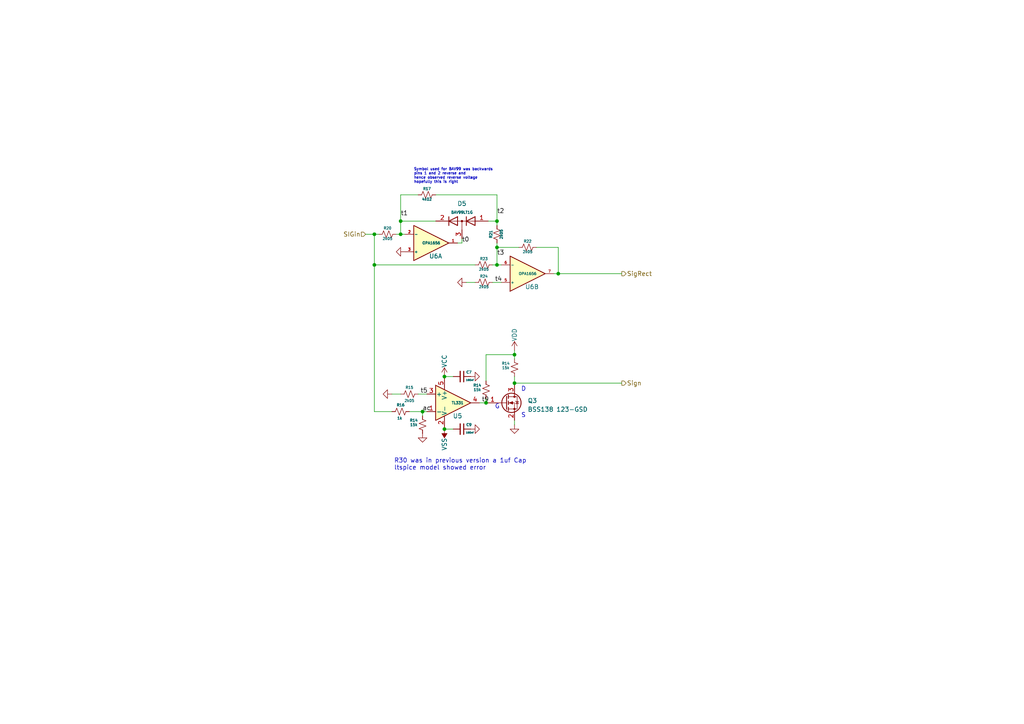
<source format=kicad_sch>
(kicad_sch (version 20230121) (generator eeschema)

  (uuid 2066dba0-1635-4d56-a0ee-d12d69cb887b)

  (paper "A4")

  (lib_symbols
    (symbol "Amplifier_Operational:OPA1678" (pin_names (offset 0.127)) (in_bom yes) (on_board yes)
      (property "Reference" "U" (at 0 5.08 0)
        (effects (font (size 0.75 0.75)) (justify left))
      )
      (property "Value" "OPA1678" (at 0 -5.08 0)
        (effects (font (size 0.75 0.75)) (justify left))
      )
      (property "Footprint" "" (at 0 0 0)
        (effects (font (size 0.75 0.75)) hide)
      )
      (property "Datasheet" "http://www.ti.com/lit/ds/symlink/opa1678.pdf" (at 0 0 0)
        (effects (font (size 0.75 0.75)) hide)
      )
      (property "ki_locked" "" (at 0 0 0)
        (effects (font (size 1.27 1.27)))
      )
      (property "ki_keywords" "dual opamp" (at 0 0 0)
        (effects (font (size 1.27 1.27)) hide)
      )
      (property "ki_description" "Low-Distortion Audio Operational Amplifiers, SOIC-8/VSSOP-8" (at 0 0 0)
        (effects (font (size 1.27 1.27)) hide)
      )
      (property "ki_fp_filters" "SOIC*3.9x4.9mm*P1.27mm* DIP*W7.62mm* TO*99* OnSemi*Micro8* TSSOP*3x3mm*P0.65mm* TSSOP*4.4x3mm*P0.65mm* MSOP*3x3mm*P0.65mm* SSOP*3.9x4.9mm*P0.635mm* LFCSP*2x2mm*P0.5mm* *SIP* SOIC*5.3x6.2mm*P1.27mm*" (at 0 0 0)
        (effects (font (size 1.27 1.27)) hide)
      )
      (symbol "OPA1678_1_1"
        (polyline
          (pts
            (xy -5.08 5.08)
            (xy 5.08 0)
            (xy -5.08 -5.08)
            (xy -5.08 5.08)
          )
          (stroke (width 0.254) (type default))
          (fill (type background))
        )
        (pin output line (at 7.62 0 180) (length 2.54)
          (name "~" (effects (font (size 0.75 0.75))))
          (number "1" (effects (font (size 0.75 0.75))))
        )
        (pin input line (at -7.62 -2.54 0) (length 2.54)
          (name "-" (effects (font (size 0.75 0.75))))
          (number "2" (effects (font (size 0.75 0.75))))
        )
        (pin input line (at -7.62 2.54 0) (length 2.54)
          (name "+" (effects (font (size 0.75 0.75))))
          (number "3" (effects (font (size 0.75 0.75))))
        )
      )
      (symbol "OPA1678_2_1"
        (polyline
          (pts
            (xy -5.08 5.08)
            (xy 5.08 0)
            (xy -5.08 -5.08)
            (xy -5.08 5.08)
          )
          (stroke (width 0.254) (type default))
          (fill (type background))
        )
        (pin input line (at -7.62 2.54 0) (length 2.54)
          (name "+" (effects (font (size 0.75 0.75))))
          (number "5" (effects (font (size 0.75 0.75))))
        )
        (pin input line (at -7.62 -2.54 0) (length 2.54)
          (name "-" (effects (font (size 0.75 0.75))))
          (number "6" (effects (font (size 0.75 0.75))))
        )
        (pin output line (at 7.62 0 180) (length 2.54)
          (name "~" (effects (font (size 0.75 0.75))))
          (number "7" (effects (font (size 0.75 0.75))))
        )
      )
      (symbol "OPA1678_3_1"
        (pin power_in line (at -2.54 -7.62 90) (length 3.81)
          (name "V-" (effects (font (size 0.75 0.75))))
          (number "4" (effects (font (size 0.75 0.75))))
        )
        (pin power_in line (at -2.54 7.62 270) (length 3.81)
          (name "V+" (effects (font (size 0.75 0.75))))
          (number "8" (effects (font (size 0.75 0.75))))
        )
      )
    )
    (symbol "Comparator:TL331" (pin_names (offset 0.127)) (in_bom yes) (on_board yes)
      (property "Reference" "U" (at 1.27 5.08 0)
        (effects (font (size 1.27 1.27)))
      )
      (property "Value" "TL331" (at 3.81 -5.08 0)
        (effects (font (size 1.27 1.27)))
      )
      (property "Footprint" "Package_TO_SOT_SMD:SOT-23-5" (at 1.27 -15.24 0)
        (effects (font (size 1.27 1.27)) hide)
      )
      (property "Datasheet" "http://www.ti.com/lit/ds/symlink/tl331.pdf" (at 0 5.08 0)
        (effects (font (size 1.27 1.27)) hide)
      )
      (property "ki_keywords" "single comparator" (at 0 0 0)
        (effects (font (size 1.27 1.27)) hide)
      )
      (property "ki_description" "Single Differential Comparator with Open-Collector Output, SOT-23-5" (at 0 0 0)
        (effects (font (size 1.27 1.27)) hide)
      )
      (property "ki_fp_filters" "SOT?23*" (at 0 0 0)
        (effects (font (size 1.27 1.27)) hide)
      )
      (symbol "TL331_0_1"
        (polyline
          (pts
            (xy -5.08 5.08)
            (xy 5.08 0)
            (xy -5.08 -5.08)
            (xy -5.08 5.08)
          )
          (stroke (width 0.254) (type default))
          (fill (type background))
        )
      )
      (symbol "TL331_1_1"
        (pin input line (at -7.62 -2.54 0) (length 2.54)
          (name "-" (effects (font (size 1.27 1.27))))
          (number "1" (effects (font (size 1.27 1.27))))
        )
        (pin power_in line (at -2.54 -7.62 90) (length 3.81)
          (name "V-" (effects (font (size 1.27 1.27))))
          (number "2" (effects (font (size 1.27 1.27))))
        )
        (pin input line (at -7.62 2.54 0) (length 2.54)
          (name "+" (effects (font (size 1.27 1.27))))
          (number "3" (effects (font (size 1.27 1.27))))
        )
        (pin open_collector line (at 7.62 0 180) (length 2.54)
          (name "~" (effects (font (size 1.27 1.27))))
          (number "4" (effects (font (size 1.27 1.27))))
        )
        (pin power_in line (at -2.54 7.62 270) (length 3.81)
          (name "V+" (effects (font (size 1.27 1.27))))
          (number "5" (effects (font (size 1.27 1.27))))
        )
      )
    )
    (symbol "Device:C_Small" (pin_numbers hide) (pin_names (offset 0.254) hide) (in_bom yes) (on_board yes)
      (property "Reference" "C" (at 0.254 1.778 0)
        (effects (font (size 0.75 0.75)) (justify left))
      )
      (property "Value" "C_Small" (at 0.254 -2.032 0)
        (effects (font (size 0.75 0.75)) (justify left))
      )
      (property "Footprint" "" (at 0 0 0)
        (effects (font (size 0.75 0.75)) hide)
      )
      (property "Datasheet" "~" (at 0 0 0)
        (effects (font (size 0.75 0.75)) hide)
      )
      (property "ki_keywords" "capacitor cap" (at 0 0 0)
        (effects (font (size 1.27 1.27)) hide)
      )
      (property "ki_description" "Unpolarized capacitor, small symbol" (at 0 0 0)
        (effects (font (size 1.27 1.27)) hide)
      )
      (property "ki_fp_filters" "C_*" (at 0 0 0)
        (effects (font (size 1.27 1.27)) hide)
      )
      (symbol "C_Small_0_1"
        (polyline
          (pts
            (xy -1.524 -0.508)
            (xy 1.524 -0.508)
          )
          (stroke (width 0.3302) (type default))
          (fill (type none))
        )
        (polyline
          (pts
            (xy -1.524 0.508)
            (xy 1.524 0.508)
          )
          (stroke (width 0.3048) (type default))
          (fill (type none))
        )
      )
      (symbol "C_Small_1_1"
        (pin passive line (at 0 2.54 270) (length 2.032)
          (name "~" (effects (font (size 0.75 0.75))))
          (number "1" (effects (font (size 0.75 0.75))))
        )
        (pin passive line (at 0 -2.54 90) (length 2.032)
          (name "~" (effects (font (size 0.75 0.75))))
          (number "2" (effects (font (size 0.75 0.75))))
        )
      )
    )
    (symbol "Device:D_Dual_Series_AKC" (pin_names (offset 0.762) hide) (in_bom yes) (on_board yes)
      (property "Reference" "D" (at 1.27 -2.54 0)
        (effects (font (size 1.27 1.27)))
      )
      (property "Value" "D_Dual_Series_AKC" (at 0 2.54 0)
        (effects (font (size 1.27 1.27)))
      )
      (property "Footprint" "" (at 0 0 0)
        (effects (font (size 1.27 1.27)) hide)
      )
      (property "Datasheet" "~" (at 0 0 0)
        (effects (font (size 1.27 1.27)) hide)
      )
      (property "ki_keywords" "diode" (at 0 0 0)
        (effects (font (size 1.27 1.27)) hide)
      )
      (property "ki_description" "Dual diode, anode/cathode/center" (at 0 0 0)
        (effects (font (size 1.27 1.27)) hide)
      )
      (symbol "D_Dual_Series_AKC_0_1"
        (polyline
          (pts
            (xy -3.81 0)
            (xy 3.81 0)
          )
          (stroke (width 0) (type default))
          (fill (type none))
        )
        (polyline
          (pts
            (xy 0 0)
            (xy 0 -2.54)
          )
          (stroke (width 0) (type default))
          (fill (type none))
        )
        (polyline
          (pts
            (xy 6.35 0)
            (xy 7.62 0)
          )
          (stroke (width 0) (type default))
          (fill (type none))
        )
        (polyline
          (pts
            (xy -1.27 -1.27)
            (xy -1.27 1.27)
            (xy -1.27 1.27)
          )
          (stroke (width 0.254) (type default))
          (fill (type none))
        )
        (polyline
          (pts
            (xy 3.81 1.27)
            (xy 3.81 -1.27)
            (xy 3.81 -1.27)
          )
          (stroke (width 0.254) (type default))
          (fill (type none))
        )
        (polyline
          (pts
            (xy -3.81 1.27)
            (xy -1.27 0)
            (xy -3.81 -1.27)
            (xy -3.81 1.27)
            (xy -3.81 1.27)
            (xy -3.81 1.27)
          )
          (stroke (width 0.254) (type default))
          (fill (type none))
        )
        (polyline
          (pts
            (xy 1.27 1.27)
            (xy 3.81 0)
            (xy 1.27 -1.27)
            (xy 1.27 1.27)
            (xy 1.27 1.27)
            (xy 1.27 1.27)
          )
          (stroke (width 0.254) (type default))
          (fill (type none))
        )
        (circle (center 0 0) (radius 0.254)
          (stroke (width 0) (type default))
          (fill (type outline))
        )
        (pin passive line (at -7.62 0 0) (length 3.81)
          (name "A" (effects (font (size 1.27 1.27))))
          (number "1" (effects (font (size 1.27 1.27))))
        )
        (pin passive line (at 7.62 0 180) (length 3.81)
          (name "K" (effects (font (size 1.27 1.27))))
          (number "2" (effects (font (size 1.27 1.27))))
        )
        (pin passive line (at 0 -5.08 90) (length 2.54)
          (name "common" (effects (font (size 1.27 1.27))))
          (number "3" (effects (font (size 1.27 1.27))))
        )
      )
    )
    (symbol "Device:Q_NMOS_GSD" (pin_names (offset 0) hide) (in_bom yes) (on_board yes)
      (property "Reference" "Q" (at 5.08 1.27 0)
        (effects (font (size 1.27 1.27)) (justify left))
      )
      (property "Value" "Q_NMOS_GSD" (at 5.08 -1.27 0)
        (effects (font (size 1.27 1.27)) (justify left))
      )
      (property "Footprint" "" (at 5.08 2.54 0)
        (effects (font (size 1.27 1.27)) hide)
      )
      (property "Datasheet" "~" (at 0 0 0)
        (effects (font (size 1.27 1.27)) hide)
      )
      (property "ki_keywords" "transistor NMOS N-MOS N-MOSFET" (at 0 0 0)
        (effects (font (size 1.27 1.27)) hide)
      )
      (property "ki_description" "N-MOSFET transistor, gate/source/drain" (at 0 0 0)
        (effects (font (size 1.27 1.27)) hide)
      )
      (symbol "Q_NMOS_GSD_0_1"
        (polyline
          (pts
            (xy 0.254 0)
            (xy -2.54 0)
          )
          (stroke (width 0) (type default))
          (fill (type none))
        )
        (polyline
          (pts
            (xy 0.254 1.905)
            (xy 0.254 -1.905)
          )
          (stroke (width 0.254) (type default))
          (fill (type none))
        )
        (polyline
          (pts
            (xy 0.762 -1.27)
            (xy 0.762 -2.286)
          )
          (stroke (width 0.254) (type default))
          (fill (type none))
        )
        (polyline
          (pts
            (xy 0.762 0.508)
            (xy 0.762 -0.508)
          )
          (stroke (width 0.254) (type default))
          (fill (type none))
        )
        (polyline
          (pts
            (xy 0.762 2.286)
            (xy 0.762 1.27)
          )
          (stroke (width 0.254) (type default))
          (fill (type none))
        )
        (polyline
          (pts
            (xy 2.54 2.54)
            (xy 2.54 1.778)
          )
          (stroke (width 0) (type default))
          (fill (type none))
        )
        (polyline
          (pts
            (xy 2.54 -2.54)
            (xy 2.54 0)
            (xy 0.762 0)
          )
          (stroke (width 0) (type default))
          (fill (type none))
        )
        (polyline
          (pts
            (xy 0.762 -1.778)
            (xy 3.302 -1.778)
            (xy 3.302 1.778)
            (xy 0.762 1.778)
          )
          (stroke (width 0) (type default))
          (fill (type none))
        )
        (polyline
          (pts
            (xy 1.016 0)
            (xy 2.032 0.381)
            (xy 2.032 -0.381)
            (xy 1.016 0)
          )
          (stroke (width 0) (type default))
          (fill (type outline))
        )
        (polyline
          (pts
            (xy 2.794 0.508)
            (xy 2.921 0.381)
            (xy 3.683 0.381)
            (xy 3.81 0.254)
          )
          (stroke (width 0) (type default))
          (fill (type none))
        )
        (polyline
          (pts
            (xy 3.302 0.381)
            (xy 2.921 -0.254)
            (xy 3.683 -0.254)
            (xy 3.302 0.381)
          )
          (stroke (width 0) (type default))
          (fill (type none))
        )
        (circle (center 1.651 0) (radius 2.794)
          (stroke (width 0.254) (type default))
          (fill (type none))
        )
        (circle (center 2.54 -1.778) (radius 0.254)
          (stroke (width 0) (type default))
          (fill (type outline))
        )
        (circle (center 2.54 1.778) (radius 0.254)
          (stroke (width 0) (type default))
          (fill (type outline))
        )
      )
      (symbol "Q_NMOS_GSD_1_1"
        (pin input line (at -5.08 0 0) (length 2.54)
          (name "G" (effects (font (size 1.27 1.27))))
          (number "1" (effects (font (size 1.27 1.27))))
        )
        (pin passive line (at 2.54 -5.08 90) (length 2.54)
          (name "S" (effects (font (size 1.27 1.27))))
          (number "2" (effects (font (size 1.27 1.27))))
        )
        (pin passive line (at 2.54 5.08 270) (length 2.54)
          (name "D" (effects (font (size 1.27 1.27))))
          (number "3" (effects (font (size 1.27 1.27))))
        )
      )
    )
    (symbol "Device:R_Small_US" (pin_numbers hide) (pin_names (offset 0.254) hide) (in_bom yes) (on_board yes)
      (property "Reference" "R" (at 0.762 0.508 0)
        (effects (font (size 0.75 0.75)) (justify left))
      )
      (property "Value" "R_Small_US" (at 0.762 -1.016 0)
        (effects (font (size 0.75 0.75)) (justify left))
      )
      (property "Footprint" "" (at 0 0 0)
        (effects (font (size 0.75 0.75)) hide)
      )
      (property "Datasheet" "~" (at 0 0 0)
        (effects (font (size 0.75 0.75)) hide)
      )
      (property "ki_keywords" "r resistor" (at 0 0 0)
        (effects (font (size 1.27 1.27)) hide)
      )
      (property "ki_description" "Resistor, small US symbol" (at 0 0 0)
        (effects (font (size 1.27 1.27)) hide)
      )
      (property "ki_fp_filters" "R_*" (at 0 0 0)
        (effects (font (size 1.27 1.27)) hide)
      )
      (symbol "R_Small_US_1_1"
        (polyline
          (pts
            (xy 0 0)
            (xy 1.016 -0.381)
            (xy 0 -0.762)
            (xy -1.016 -1.143)
            (xy 0 -1.524)
          )
          (stroke (width 0) (type default))
          (fill (type none))
        )
        (polyline
          (pts
            (xy 0 1.524)
            (xy 1.016 1.143)
            (xy 0 0.762)
            (xy -1.016 0.381)
            (xy 0 0)
          )
          (stroke (width 0) (type default))
          (fill (type none))
        )
        (pin passive line (at 0 2.54 270) (length 1.016)
          (name "~" (effects (font (size 0.75 0.75))))
          (number "1" (effects (font (size 0.75 0.75))))
        )
        (pin passive line (at 0 -2.54 90) (length 1.016)
          (name "~" (effects (font (size 0.75 0.75))))
          (number "2" (effects (font (size 0.75 0.75))))
        )
      )
    )
    (symbol "GNDA_1" (power) (pin_names (offset 0)) (in_bom yes) (on_board yes)
      (property "Reference" "#PWR" (at 0 -6.35 0)
        (effects (font (size 1.27 1.27)) hide)
      )
      (property "Value" "GNDA_1" (at 0 -3.81 0)
        (effects (font (size 1.27 1.27)))
      )
      (property "Footprint" "" (at 0 0 0)
        (effects (font (size 1.27 1.27)) hide)
      )
      (property "Datasheet" "" (at 0 0 0)
        (effects (font (size 1.27 1.27)) hide)
      )
      (property "ki_keywords" "global power" (at 0 0 0)
        (effects (font (size 1.27 1.27)) hide)
      )
      (property "ki_description" "Power symbol creates a global label with name \"GNDA\" , analog ground" (at 0 0 0)
        (effects (font (size 1.27 1.27)) hide)
      )
      (symbol "GNDA_1_0_1"
        (polyline
          (pts
            (xy 0 0)
            (xy 0 -1.27)
            (xy 1.27 -1.27)
            (xy 0 -2.54)
            (xy -1.27 -1.27)
            (xy 0 -1.27)
          )
          (stroke (width 0) (type default))
          (fill (type none))
        )
      )
      (symbol "GNDA_1_1_1"
        (pin power_in line (at 0 0 270) (length 0) hide
          (name "GNDA" (effects (font (size 1.27 1.27))))
          (number "1" (effects (font (size 1.27 1.27))))
        )
      )
    )
    (symbol "power:GNDA" (power) (pin_names (offset 0)) (in_bom yes) (on_board yes)
      (property "Reference" "#PWR" (at 0 -6.35 0)
        (effects (font (size 0.75 0.75)) hide)
      )
      (property "Value" "GNDA" (at 0 -3.81 0)
        (effects (font (size 0.75 0.75)))
      )
      (property "Footprint" "" (at 0 0 0)
        (effects (font (size 0.75 0.75)) hide)
      )
      (property "Datasheet" "" (at 0 0 0)
        (effects (font (size 0.75 0.75)) hide)
      )
      (property "ki_keywords" "global power" (at 0 0 0)
        (effects (font (size 1.27 1.27)) hide)
      )
      (property "ki_description" "Power symbol creates a global label with name \"GNDA\" , analog ground" (at 0 0 0)
        (effects (font (size 1.27 1.27)) hide)
      )
      (symbol "GNDA_0_1"
        (polyline
          (pts
            (xy 0 0)
            (xy 0 -1.27)
            (xy 1.27 -1.27)
            (xy 0 -2.54)
            (xy -1.27 -1.27)
            (xy 0 -1.27)
          )
          (stroke (width 0) (type default))
          (fill (type none))
        )
      )
      (symbol "GNDA_1_1"
        (pin power_in line (at 0 0 270) (length 0) hide
          (name "GNDA" (effects (font (size 0.75 0.75))))
          (number "1" (effects (font (size 0.75 0.75))))
        )
      )
    )
    (symbol "power:VCC" (power) (pin_names (offset 0)) (in_bom yes) (on_board yes)
      (property "Reference" "#PWR" (at 0 -3.81 0)
        (effects (font (size 0.75 0.75)) hide)
      )
      (property "Value" "VCC" (at 0 3.81 0)
        (effects (font (size 0.75 0.75)))
      )
      (property "Footprint" "" (at 0 0 0)
        (effects (font (size 0.75 0.75)) hide)
      )
      (property "Datasheet" "" (at 0 0 0)
        (effects (font (size 0.75 0.75)) hide)
      )
      (property "ki_keywords" "global power" (at 0 0 0)
        (effects (font (size 1.27 1.27)) hide)
      )
      (property "ki_description" "Power symbol creates a global label with name \"VCC\"" (at 0 0 0)
        (effects (font (size 1.27 1.27)) hide)
      )
      (symbol "VCC_0_1"
        (polyline
          (pts
            (xy -0.762 1.27)
            (xy 0 2.54)
          )
          (stroke (width 0) (type default))
          (fill (type none))
        )
        (polyline
          (pts
            (xy 0 0)
            (xy 0 2.54)
          )
          (stroke (width 0) (type default))
          (fill (type none))
        )
        (polyline
          (pts
            (xy 0 2.54)
            (xy 0.762 1.27)
          )
          (stroke (width 0) (type default))
          (fill (type none))
        )
      )
      (symbol "VCC_1_1"
        (pin power_in line (at 0 0 90) (length 0) hide
          (name "VCC" (effects (font (size 0.75 0.75))))
          (number "1" (effects (font (size 0.75 0.75))))
        )
      )
    )
    (symbol "power:VDD" (power) (pin_names (offset 0)) (in_bom yes) (on_board yes)
      (property "Reference" "#PWR" (at 0 -3.81 0)
        (effects (font (size 1.27 1.27)) hide)
      )
      (property "Value" "VDD" (at 0 3.81 0)
        (effects (font (size 1.27 1.27)))
      )
      (property "Footprint" "" (at 0 0 0)
        (effects (font (size 1.27 1.27)) hide)
      )
      (property "Datasheet" "" (at 0 0 0)
        (effects (font (size 1.27 1.27)) hide)
      )
      (property "ki_keywords" "global power" (at 0 0 0)
        (effects (font (size 1.27 1.27)) hide)
      )
      (property "ki_description" "Power symbol creates a global label with name \"VDD\"" (at 0 0 0)
        (effects (font (size 1.27 1.27)) hide)
      )
      (symbol "VDD_0_1"
        (polyline
          (pts
            (xy -0.762 1.27)
            (xy 0 2.54)
          )
          (stroke (width 0) (type default))
          (fill (type none))
        )
        (polyline
          (pts
            (xy 0 0)
            (xy 0 2.54)
          )
          (stroke (width 0) (type default))
          (fill (type none))
        )
        (polyline
          (pts
            (xy 0 2.54)
            (xy 0.762 1.27)
          )
          (stroke (width 0) (type default))
          (fill (type none))
        )
      )
      (symbol "VDD_1_1"
        (pin power_in line (at 0 0 90) (length 0) hide
          (name "VDD" (effects (font (size 1.27 1.27))))
          (number "1" (effects (font (size 1.27 1.27))))
        )
      )
    )
    (symbol "power:VSS" (power) (pin_names (offset 0)) (in_bom yes) (on_board yes)
      (property "Reference" "#PWR" (at 0 -3.81 0)
        (effects (font (size 0.75 0.75)) hide)
      )
      (property "Value" "VSS" (at 0 3.81 0)
        (effects (font (size 0.75 0.75)))
      )
      (property "Footprint" "" (at 0 0 0)
        (effects (font (size 0.75 0.75)) hide)
      )
      (property "Datasheet" "" (at 0 0 0)
        (effects (font (size 0.75 0.75)) hide)
      )
      (property "ki_keywords" "global power" (at 0 0 0)
        (effects (font (size 1.27 1.27)) hide)
      )
      (property "ki_description" "Power symbol creates a global label with name \"VSS\"" (at 0 0 0)
        (effects (font (size 1.27 1.27)) hide)
      )
      (symbol "VSS_0_1"
        (polyline
          (pts
            (xy 0 0)
            (xy 0 2.54)
          )
          (stroke (width 0) (type default))
          (fill (type none))
        )
        (polyline
          (pts
            (xy 0.762 1.27)
            (xy -0.762 1.27)
            (xy 0 2.54)
            (xy 0.762 1.27)
          )
          (stroke (width 0) (type default))
          (fill (type outline))
        )
      )
      (symbol "VSS_1_1"
        (pin power_in line (at 0 0 90) (length 0) hide
          (name "VSS" (effects (font (size 0.75 0.75))))
          (number "1" (effects (font (size 0.75 0.75))))
        )
      )
    )
  )

  (junction (at 122.555 119.38) (diameter 0) (color 0 0 0 0)
    (uuid 0e681ee0-4f8b-43aa-b9f1-9845ae3e7b91)
  )
  (junction (at 144.145 76.835) (diameter 0) (color 0 0 0 0)
    (uuid 209ddb26-db53-4b5d-af47-71509213d37d)
  )
  (junction (at 116.205 64.135) (diameter 0) (color 0 0 0 0)
    (uuid 24986309-a4a0-423f-818e-79a8187dc078)
  )
  (junction (at 149.225 102.87) (diameter 0) (color 0 0 0 0)
    (uuid 3b0b5c02-f61e-431a-9bb4-27244d0f47ee)
  )
  (junction (at 128.905 109.22) (diameter 0) (color 0 0 0 0)
    (uuid 5c778620-5e6d-4a41-9889-a44f345ad10f)
  )
  (junction (at 140.97 116.84) (diameter 0) (color 0 0 0 0)
    (uuid 729357ee-0058-4a4d-ab5f-ce41fe21f2f7)
  )
  (junction (at 108.585 67.945) (diameter 0) (color 0 0 0 0)
    (uuid 87c78edd-610b-49c2-afa1-be2c75e59c48)
  )
  (junction (at 108.585 76.835) (diameter 0) (color 0 0 0 0)
    (uuid b0d0c087-638d-4a56-aa89-d4a0983d0371)
  )
  (junction (at 144.145 71.755) (diameter 0) (color 0 0 0 0)
    (uuid d666a171-748e-41fb-8415-0181e81029f1)
  )
  (junction (at 128.905 124.46) (diameter 0) (color 0 0 0 0)
    (uuid e9952e6c-3a8c-4351-a5e4-f4b281982f17)
  )
  (junction (at 149.225 111.125) (diameter 0) (color 0 0 0 0)
    (uuid eb6cd247-8721-470f-b5b0-16fb351b9037)
  )
  (junction (at 116.205 67.945) (diameter 0) (color 0 0 0 0)
    (uuid ec3726d6-7b1d-4584-8fce-89fe6c4e72fb)
  )
  (junction (at 144.145 64.135) (diameter 0) (color 0 0 0 0)
    (uuid ecb9fdb8-047c-4c2a-b596-87748f6ed45a)
  )
  (junction (at 161.925 79.375) (diameter 0) (color 0 0 0 0)
    (uuid f19bbc6b-25df-4879-ae7e-ef522f9a2003)
  )

  (wire (pts (xy 131.445 124.46) (xy 128.905 124.46))
    (stroke (width 0) (type default))
    (uuid 01fa9255-f0fd-4645-a4bb-bfb2525b1954)
  )
  (wire (pts (xy 122.555 119.38) (xy 123.825 119.38))
    (stroke (width 0) (type default))
    (uuid 0782cf3b-801a-4c38-95c0-a2d4bd1309df)
  )
  (wire (pts (xy 133.985 69.215) (xy 133.985 70.485))
    (stroke (width 0) (type default))
    (uuid 0820e46e-5ca1-4b1f-8453-6d84bea32df2)
  )
  (wire (pts (xy 108.585 76.835) (xy 137.795 76.835))
    (stroke (width 0) (type default))
    (uuid 09516c10-577d-4010-9207-ab4d861b5f3e)
  )
  (wire (pts (xy 131.445 109.22) (xy 128.905 109.22))
    (stroke (width 0) (type default))
    (uuid 1f8e8a31-2f81-47e6-ae43-06c88dc082ac)
  )
  (wire (pts (xy 135.255 81.915) (xy 137.795 81.915))
    (stroke (width 0) (type default))
    (uuid 20f582f3-9b11-4d33-bd14-37e5a7022c48)
  )
  (wire (pts (xy 108.585 119.38) (xy 113.665 119.38))
    (stroke (width 0) (type default))
    (uuid 213671b2-14bf-4e21-9bbe-b7027242ff07)
  )
  (wire (pts (xy 144.145 71.755) (xy 144.145 76.835))
    (stroke (width 0) (type default))
    (uuid 3457795c-2057-4703-bdaf-b07fce31bb16)
  )
  (wire (pts (xy 160.655 79.375) (xy 161.925 79.375))
    (stroke (width 0) (type default))
    (uuid 368b921d-18b1-4c29-b04a-29552d030b99)
  )
  (wire (pts (xy 144.145 56.515) (xy 144.145 64.135))
    (stroke (width 0) (type default))
    (uuid 40cb9738-92ec-42f3-8c0b-9fc51d04cd3c)
  )
  (wire (pts (xy 149.225 102.87) (xy 149.225 104.14))
    (stroke (width 0) (type default))
    (uuid 410083ae-0a07-44d4-9746-d52d66b66709)
  )
  (wire (pts (xy 155.575 71.755) (xy 161.925 71.755))
    (stroke (width 0) (type default))
    (uuid 41590cff-00fd-48c0-8545-cf4ba41d4b77)
  )
  (wire (pts (xy 108.585 76.835) (xy 108.585 119.38))
    (stroke (width 0) (type default))
    (uuid 4bdab4ec-b840-47fa-97ad-6f6fffcd69b0)
  )
  (wire (pts (xy 113.665 114.3) (xy 116.205 114.3))
    (stroke (width 0) (type default))
    (uuid 5c8164b5-5338-4446-b544-9dc11f85ac75)
  )
  (wire (pts (xy 108.585 67.945) (xy 108.585 76.835))
    (stroke (width 0) (type default))
    (uuid 61489cd1-7559-4fdc-aa46-83ce0f1c2cda)
  )
  (wire (pts (xy 149.225 111.125) (xy 180.34 111.125))
    (stroke (width 0) (type default))
    (uuid 71ac05c8-c59d-4006-9acc-ecb96e4350d9)
  )
  (wire (pts (xy 116.205 56.515) (xy 121.285 56.515))
    (stroke (width 0) (type default))
    (uuid 76a3efbf-f2b4-40cd-8126-e447988ca57f)
  )
  (wire (pts (xy 161.925 71.755) (xy 161.925 79.375))
    (stroke (width 0) (type default))
    (uuid 7f8ee42d-1054-4835-893a-5ab69944edb1)
  )
  (wire (pts (xy 126.365 56.515) (xy 144.145 56.515))
    (stroke (width 0) (type default))
    (uuid 8577abde-407d-4de4-8fec-12d7f47138c6)
  )
  (wire (pts (xy 149.225 102.87) (xy 140.97 102.87))
    (stroke (width 0) (type default))
    (uuid 8780991b-b29a-44f0-8e2d-190fa48a05c7)
  )
  (wire (pts (xy 118.745 119.38) (xy 122.555 119.38))
    (stroke (width 0) (type default))
    (uuid 8a7be22f-cdd3-470f-956b-f70ca17e34c8)
  )
  (wire (pts (xy 121.285 114.3) (xy 123.825 114.3))
    (stroke (width 0) (type default))
    (uuid 8c5dc1b6-0894-43a5-bd6c-415268152b8c)
  )
  (wire (pts (xy 116.205 64.135) (xy 116.205 67.945))
    (stroke (width 0) (type default))
    (uuid 8e4867f6-9302-45f0-a6d5-3cfe735961d9)
  )
  (wire (pts (xy 161.925 79.375) (xy 180.34 79.375))
    (stroke (width 0) (type default))
    (uuid 8e9f3366-a0aa-4ae8-b3f1-3db3099eec71)
  )
  (wire (pts (xy 141.605 64.135) (xy 144.145 64.135))
    (stroke (width 0) (type default))
    (uuid 9c129e42-c95a-4867-8c70-f2b81c2fdfac)
  )
  (wire (pts (xy 144.145 71.755) (xy 150.495 71.755))
    (stroke (width 0) (type default))
    (uuid 9dc08c22-d370-45c0-8a21-aa3bb6c5e734)
  )
  (wire (pts (xy 140.97 115.57) (xy 140.97 116.84))
    (stroke (width 0) (type default))
    (uuid ac5d7698-8b2f-4093-812e-57344473a6b4)
  )
  (wire (pts (xy 144.145 71.755) (xy 144.145 70.485))
    (stroke (width 0) (type default))
    (uuid b00311f1-962e-482c-9179-092bb5de5ae8)
  )
  (wire (pts (xy 140.97 116.84) (xy 141.605 116.84))
    (stroke (width 0) (type default))
    (uuid b4b7df81-38e9-4597-a175-e3b72ffd110c)
  )
  (wire (pts (xy 116.205 56.515) (xy 116.205 64.135))
    (stroke (width 0) (type default))
    (uuid b65ffcb8-27d7-4865-b4b6-a5c6b92d824f)
  )
  (wire (pts (xy 126.365 64.135) (xy 116.205 64.135))
    (stroke (width 0) (type default))
    (uuid b6b01a94-3c05-427a-86bb-a86f1c92d85b)
  )
  (wire (pts (xy 132.715 70.485) (xy 133.985 70.485))
    (stroke (width 0) (type default))
    (uuid b94fc8df-27cb-42a6-b5fd-0260b76721c4)
  )
  (wire (pts (xy 122.555 119.38) (xy 122.555 120.65))
    (stroke (width 0) (type default))
    (uuid bc1ea78c-f03d-448c-819a-4a6445a41b66)
  )
  (wire (pts (xy 139.065 116.84) (xy 140.97 116.84))
    (stroke (width 0) (type default))
    (uuid c6aed58c-9e21-433e-88a9-bd8b1076afb6)
  )
  (wire (pts (xy 108.585 67.945) (xy 109.855 67.945))
    (stroke (width 0) (type default))
    (uuid c70c2662-7b51-431f-8057-ae0bac5b34d3)
  )
  (wire (pts (xy 144.145 64.135) (xy 144.145 65.405))
    (stroke (width 0) (type default))
    (uuid cc61a536-8034-44a9-bb5b-b4b1ff168154)
  )
  (wire (pts (xy 142.875 81.915) (xy 145.415 81.915))
    (stroke (width 0) (type default))
    (uuid cc9f8f92-cb39-4f81-ba95-8ab610c0e73c)
  )
  (wire (pts (xy 106.045 67.945) (xy 108.585 67.945))
    (stroke (width 0) (type default))
    (uuid d4c447b6-36b5-48bc-b6da-2d498ce3f03a)
  )
  (wire (pts (xy 142.875 76.835) (xy 144.145 76.835))
    (stroke (width 0) (type default))
    (uuid d4fef886-a0ae-472b-8c75-791fbe7a09be)
  )
  (wire (pts (xy 114.935 67.945) (xy 116.205 67.945))
    (stroke (width 0) (type default))
    (uuid d66241b8-308f-4f39-bd6b-13751c5d3f89)
  )
  (wire (pts (xy 149.225 109.22) (xy 149.225 111.125))
    (stroke (width 0) (type default))
    (uuid d6e92084-fb8f-461a-90df-f3e12ba3e6bf)
  )
  (wire (pts (xy 140.97 102.87) (xy 140.97 110.49))
    (stroke (width 0) (type default))
    (uuid e6373865-129e-48da-a082-90e6f97b8dd3)
  )
  (wire (pts (xy 144.145 76.835) (xy 145.415 76.835))
    (stroke (width 0) (type default))
    (uuid e97b585e-6faf-4e08-a7bd-2018de028cc2)
  )
  (wire (pts (xy 149.225 101.6) (xy 149.225 102.87))
    (stroke (width 0) (type default))
    (uuid f1fbaddd-10b4-44db-983d-95dbed393ef2)
  )
  (wire (pts (xy 149.225 111.125) (xy 149.225 111.76))
    (stroke (width 0) (type default))
    (uuid f68a46bf-93d1-4aa8-b90d-369553ffa376)
  )
  (wire (pts (xy 116.205 67.945) (xy 117.475 67.945))
    (stroke (width 0) (type default))
    (uuid fbc04d10-d3eb-4e4f-8c56-496fb52dbcf7)
  )
  (wire (pts (xy 149.225 121.92) (xy 149.225 123.19))
    (stroke (width 0) (type default))
    (uuid fee9bfa8-7426-44f3-b67b-3a9e0f46fe75)
  )

  (text "D" (at 151.13 113.665 0)
    (effects (font (size 1.27 1.27)) (justify left bottom))
    (uuid 0a023506-9d96-4ded-9cd4-b7a5f2bb9e23)
  )
  (text "G" (at 143.51 118.745 0)
    (effects (font (size 1.27 1.27)) (justify left bottom))
    (uuid 2c489042-bc6e-4df2-8c0b-2e27ae9fa25c)
  )
  (text "Symbol used for BAV99 was backwards \npins 1 and 2 reverse and\nhence observed reverse voltage\nhopefully this is right"
    (at 120.015 53.34 0)
    (effects (font (size 0.762 0.762)) (justify left bottom))
    (uuid 88d7de51-c9b9-4cbf-a057-de2bb05642da)
  )
  (text "R30 was in previous version a 1uf Cap\nltspice model showed error"
    (at 114.3 136.525 0)
    (effects (font (size 1.27 1.27)) (justify left bottom))
    (uuid b1aa8644-f1ab-40b4-9ebe-9b2eed8f68a5)
  )
  (text "S" (at 151.13 121.285 0)
    (effects (font (size 1.27 1.27)) (justify left bottom))
    (uuid d7a779b3-2367-4b00-887d-924c59626d48)
  )

  (label "ac" (at 122.555 119.38 0) (fields_autoplaced)
    (effects (font (size 1.27 1.27)) (justify left bottom))
    (uuid 22ee92c1-9942-45d4-9900-f4a38604050e)
  )
  (label "t0" (at 133.985 70.485 0) (fields_autoplaced)
    (effects (font (size 1.27 1.27)) (justify left bottom))
    (uuid 28fa393a-f367-4ae5-aad0-32203980ac6c)
  )
  (label "t9" (at 139.7 116.84 0) (fields_autoplaced)
    (effects (font (size 1.27 1.27)) (justify left bottom))
    (uuid 65b8cde1-faf9-40bc-bb57-7c58f07e42ed)
  )
  (label "t1" (at 116.205 62.865 0) (fields_autoplaced)
    (effects (font (size 1.27 1.27)) (justify left bottom))
    (uuid 6cd88264-9d21-4291-b5fe-932cd78ab80d)
  )
  (label "t5" (at 121.92 114.3 0) (fields_autoplaced)
    (effects (font (size 1.27 1.27)) (justify left bottom))
    (uuid 8a317511-77fa-41c3-89e0-e7124568e2b5)
  )
  (label "t2" (at 144.145 62.23 0) (fields_autoplaced)
    (effects (font (size 1.27 1.27)) (justify left bottom))
    (uuid ac3494bc-429a-4928-bab6-77fa3a8f3168)
  )
  (label "t3" (at 144.145 74.295 0) (fields_autoplaced)
    (effects (font (size 1.27 1.27)) (justify left bottom))
    (uuid c477fc29-4984-4e54-b037-7529ed35bb8c)
  )
  (label "t4" (at 143.51 81.915 0) (fields_autoplaced)
    (effects (font (size 1.27 1.27)) (justify left bottom))
    (uuid e9ba08da-001b-4ce8-acd2-ff0209cc031a)
  )

  (hierarchical_label "Sign" (shape output) (at 180.34 111.125 0) (fields_autoplaced)
    (effects (font (size 1.27 1.27)) (justify left))
    (uuid 01e8382b-8ebb-4207-b0bc-ce83f4193816)
    (property "Intersheetrefs" "${INTERSHEET_REFS}" (at 186.3289 111.125 0)
      (effects (font (size 1.27 1.27)) (justify left) hide)
    )
  )
  (hierarchical_label "SIGin" (shape input) (at 106.045 67.945 180) (fields_autoplaced)
    (effects (font (size 1.27 1.27)) (justify right))
    (uuid 38354003-5850-4a82-b133-67fa876089c5)
  )
  (hierarchical_label "SigRect" (shape output) (at 180.34 79.375 0) (fields_autoplaced)
    (effects (font (size 1.27 1.27)) (justify left))
    (uuid 38cb8671-c438-48f8-9daf-24afeff0f17a)
  )

  (symbol (lib_id "power:GNDA") (at 135.255 81.915 270) (mirror x) (unit 1)
    (in_bom yes) (on_board yes) (dnp no)
    (uuid 12da6b3b-da9a-4fac-9aa6-2d21d92af4a9)
    (property "Reference" "#PWR046" (at 135.255 81.915 0)
      (effects (font (size 0.762 0.762)) hide)
    )
    (property "Value" "GNDA" (at 133.477 81.915 0)
      (effects (font (size 0.762 0.762)) hide)
    )
    (property "Footprint" "" (at 135.255 81.915 0)
      (effects (font (size 1.524 1.524)) hide)
    )
    (property "Datasheet" "" (at 135.255 81.915 0)
      (effects (font (size 1.524 1.524)))
    )
    (pin "1" (uuid 521a0d5d-5e82-4f72-bbd4-fff37a95b394))
    (instances
      (project "PCR_PotGalADC_07-17-24"
        (path "/21972d40-70bd-4eb5-bd3f-6bc666943ffa"
          (reference "#PWR046") (unit 1)
        )
        (path "/21972d40-70bd-4eb5-bd3f-6bc666943ffa/f8a6faed-d286-413f-9ef6-5c76065621eb"
          (reference "#PWR046") (unit 1)
        )
      )
    )
  )

  (symbol (lib_id "power:VDD") (at 149.225 101.6 0) (unit 1)
    (in_bom yes) (on_board yes) (dnp no)
    (uuid 179fa54a-214c-41a8-b20c-fe71f4b68f30)
    (property "Reference" "#PWR017" (at 149.225 105.41 0)
      (effects (font (size 1.27 1.27)) hide)
    )
    (property "Value" "VDD" (at 149.225 99.06 90)
      (effects (font (size 1.27 1.27)) (justify left))
    )
    (property "Footprint" "" (at 149.225 101.6 0)
      (effects (font (size 1.27 1.27)) hide)
    )
    (property "Datasheet" "" (at 149.225 101.6 0)
      (effects (font (size 1.27 1.27)) hide)
    )
    (pin "1" (uuid 01d050c2-f3c9-4525-9c1c-7e9e557c27bd))
    (instances
      (project "PCR_PotGalADC_07-17-24"
        (path "/21972d40-70bd-4eb5-bd3f-6bc666943ffa"
          (reference "#PWR017") (unit 1)
        )
        (path "/21972d40-70bd-4eb5-bd3f-6bc666943ffa/f8a6faed-d286-413f-9ef6-5c76065621eb"
          (reference "#PWR017") (unit 1)
        )
      )
    )
  )

  (symbol (lib_id "power:VCC") (at 128.905 109.22 0) (mirror y) (unit 1)
    (in_bom yes) (on_board yes) (dnp no)
    (uuid 1a0155e0-e38a-448c-b58c-39c6ac61181c)
    (property "Reference" "#PWR023" (at 128.905 113.03 0)
      (effects (font (size 1.27 1.27)) hide)
    )
    (property "Value" "VCC" (at 128.905 106.68 90)
      (effects (font (size 1.27 1.27)) (justify left))
    )
    (property "Footprint" "" (at 128.905 109.22 0)
      (effects (font (size 1.27 1.27)) hide)
    )
    (property "Datasheet" "" (at 128.905 109.22 0)
      (effects (font (size 1.27 1.27)) hide)
    )
    (pin "1" (uuid 9f4f4842-34e8-403a-aacb-3199918391e7))
    (instances
      (project "PCR_PotGalADC_07-17-24"
        (path "/21972d40-70bd-4eb5-bd3f-6bc666943ffa"
          (reference "#PWR023") (unit 1)
        )
        (path "/21972d40-70bd-4eb5-bd3f-6bc666943ffa/f8a6faed-d286-413f-9ef6-5c76065621eb"
          (reference "#PWR023") (unit 1)
        )
      )
    )
  )

  (symbol (lib_id "Device:R_Small_US") (at 144.145 67.945 180) (unit 1)
    (in_bom yes) (on_board yes) (dnp no)
    (uuid 22197bd2-40a0-49e1-8bc3-942cba94af8d)
    (property "Reference" "R21" (at 142.367 67.945 90)
      (effects (font (size 0.762 0.762)))
    )
    (property "Value" "2k05" (at 145.415 67.945 90)
      (effects (font (size 0.762 0.762)))
    )
    (property "Footprint" "Resistor_SMD:R_0805_2012Metric" (at 144.145 67.945 0)
      (effects (font (size 1.27 1.27)) hide)
    )
    (property "Datasheet" "https://www.mouser.com/datasheet/2/447/PYu_RT_1_to_0_01_RoHS_L_12-3003070.pdf" (at 144.145 67.945 0)
      (effects (font (size 1.27 1.27)) hide)
    )
    (property "Manufacturer" "Yageo" (at 144.145 67.945 0)
      (effects (font (size 1.27 1.27)) hide)
    )
    (property "Status" "OK" (at 144.145 67.945 0)
      (effects (font (size 1.27 1.27)) hide)
    )
    (property "Description" "SMD 1/8W 2.05K ohm 1% 50ppm" (at 144.145 67.945 0)
      (effects (font (size 1.27 1.27)) hide)
    )
    (property "Mouser_PN" "603-RT0805FRE072K05L" (at 144.145 67.945 0)
      (effects (font (size 1.27 1.27)) hide)
    )
    (pin "1" (uuid 902d6597-50f7-433d-be59-593480963b3e))
    (pin "2" (uuid e16a51db-50d4-430f-9c5b-1eb45f74a140))
    (instances
      (project "PCR_PotGalADC_07-17-24"
        (path "/21972d40-70bd-4eb5-bd3f-6bc666943ffa"
          (reference "R21") (unit 1)
        )
        (path "/21972d40-70bd-4eb5-bd3f-6bc666943ffa/f8a6faed-d286-413f-9ef6-5c76065621eb"
          (reference "R22") (unit 1)
        )
      )
    )
  )

  (symbol (lib_id "Device:R_Small_US") (at 140.335 81.915 90) (unit 1)
    (in_bom yes) (on_board yes) (dnp no)
    (uuid 2959a884-96ea-4d3e-9197-a79ee12a4ef3)
    (property "Reference" "R24" (at 140.335 80.137 90)
      (effects (font (size 0.762 0.762)))
    )
    (property "Value" "2k05" (at 140.335 83.185 90)
      (effects (font (size 0.762 0.762)))
    )
    (property "Footprint" "Resistor_SMD:R_0805_2012Metric" (at 140.335 81.915 0)
      (effects (font (size 1.27 1.27)) hide)
    )
    (property "Datasheet" "https://www.mouser.com/datasheet/2/447/PYu_RT_1_to_0_01_RoHS_L_12-3003070.pdf" (at 140.335 81.915 0)
      (effects (font (size 1.27 1.27)) hide)
    )
    (property "Manufacturer" "Yageo" (at 140.335 81.915 0)
      (effects (font (size 1.27 1.27)) hide)
    )
    (property "Status" "OK" (at 140.335 81.915 0)
      (effects (font (size 1.27 1.27)) hide)
    )
    (property "Description" "SMD 1/8W 2.05K ohm 1% 50ppm" (at 140.335 81.915 0)
      (effects (font (size 1.27 1.27)) hide)
    )
    (property "Mouser_PN" "603-RT0805FRE072K05L" (at 140.335 81.915 0)
      (effects (font (size 1.27 1.27)) hide)
    )
    (pin "1" (uuid 4c518307-be74-4fd8-ac15-281e5ad5e879))
    (pin "2" (uuid 4a7046f4-c958-465a-b423-4bd1dcdcefd6))
    (instances
      (project "PCR_PotGalADC_07-17-24"
        (path "/21972d40-70bd-4eb5-bd3f-6bc666943ffa"
          (reference "R24") (unit 1)
        )
        (path "/21972d40-70bd-4eb5-bd3f-6bc666943ffa/f8a6faed-d286-413f-9ef6-5c76065621eb"
          (reference "R25") (unit 1)
        )
      )
    )
  )

  (symbol (lib_id "power:VSS") (at 128.905 124.46 0) (mirror x) (unit 1)
    (in_bom yes) (on_board yes) (dnp no)
    (uuid 29f03652-032f-4ff6-8dbb-a7bd589b4bb4)
    (property "Reference" "#PWR027" (at 128.905 120.65 0)
      (effects (font (size 1.27 1.27)) hide)
    )
    (property "Value" "VSS" (at 128.905 127 90)
      (effects (font (size 1.27 1.27)) (justify left))
    )
    (property "Footprint" "" (at 128.905 124.46 0)
      (effects (font (size 1.27 1.27)) hide)
    )
    (property "Datasheet" "" (at 128.905 124.46 0)
      (effects (font (size 1.27 1.27)) hide)
    )
    (pin "1" (uuid e0820721-2067-405d-b2ba-d5d7450823ab))
    (instances
      (project "PCR_PotGalADC_07-17-24"
        (path "/21972d40-70bd-4eb5-bd3f-6bc666943ffa"
          (reference "#PWR027") (unit 1)
        )
        (path "/21972d40-70bd-4eb5-bd3f-6bc666943ffa/f8a6faed-d286-413f-9ef6-5c76065621eb"
          (reference "#PWR027") (unit 1)
        )
      )
    )
  )

  (symbol (lib_name "GNDA_1") (lib_id "power:GNDA") (at 122.555 125.73 0) (unit 1)
    (in_bom yes) (on_board yes) (dnp no) (fields_autoplaced)
    (uuid 30782d0d-62fc-41a3-abb0-b63e5abf1ac8)
    (property "Reference" "#PWR029" (at 122.555 132.08 0)
      (effects (font (size 1.27 1.27)) hide)
    )
    (property "Value" "GNDA" (at 122.555 130.81 0)
      (effects (font (size 1.27 1.27)) hide)
    )
    (property "Footprint" "" (at 122.555 125.73 0)
      (effects (font (size 1.27 1.27)) hide)
    )
    (property "Datasheet" "" (at 122.555 125.73 0)
      (effects (font (size 1.27 1.27)) hide)
    )
    (pin "1" (uuid e4198275-b43c-4bf5-81f0-58ef447eb543))
    (instances
      (project "PCR_PotGalADC_07-17-24"
        (path "/21972d40-70bd-4eb5-bd3f-6bc666943ffa"
          (reference "#PWR029") (unit 1)
        )
        (path "/21972d40-70bd-4eb5-bd3f-6bc666943ffa/f8a6faed-d286-413f-9ef6-5c76065621eb"
          (reference "#PWR029") (unit 1)
        )
      )
    )
  )

  (symbol (lib_id "Device:R_Small_US") (at 118.745 114.3 270) (unit 1)
    (in_bom yes) (on_board yes) (dnp no)
    (uuid 3ff12989-5af6-4eb6-bfd5-14fa6882347a)
    (property "Reference" "R15" (at 118.745 112.395 90)
      (effects (font (size 0.762 0.762)))
    )
    (property "Value" "2k05" (at 118.745 116.205 90)
      (effects (font (size 0.762 0.762)))
    )
    (property "Footprint" "Resistor_SMD:R_0805_2012Metric" (at 118.745 114.3 0)
      (effects (font (size 1.27 1.27)) hide)
    )
    (property "Datasheet" "https://www.mouser.com/datasheet/2/447/PYu_RT_1_to_0_01_RoHS_L_12-3003070.pdf" (at 118.745 114.3 0)
      (effects (font (size 1.27 1.27)) hide)
    )
    (property "Manufacturer" "Yageo" (at 118.745 114.3 0)
      (effects (font (size 1.27 1.27)) hide)
    )
    (property "Status" "OK" (at 118.745 114.3 0)
      (effects (font (size 1.27 1.27)) hide)
    )
    (property "Description" "SMD 1/8W 2.05K ohm 1% 50ppm" (at 118.745 114.3 0)
      (effects (font (size 1.27 1.27)) hide)
    )
    (property "Mouser_PN" "603-RT0805FRE072K05L" (at 118.745 114.3 0)
      (effects (font (size 1.27 1.27)) hide)
    )
    (pin "1" (uuid c28263be-3ed2-4f81-8ec5-587d932c9bd1))
    (pin "2" (uuid 7d38ca61-7a7a-4947-b450-eb2453ea426a))
    (instances
      (project "PCR_PotGalADC_07-17-24"
        (path "/21972d40-70bd-4eb5-bd3f-6bc666943ffa"
          (reference "R15") (unit 1)
        )
        (path "/21972d40-70bd-4eb5-bd3f-6bc666943ffa/f8a6faed-d286-413f-9ef6-5c76065621eb"
          (reference "R27") (unit 1)
        )
      )
    )
  )

  (symbol (lib_id "power:GNDA") (at 117.475 73.025 270) (mirror x) (unit 1)
    (in_bom yes) (on_board yes) (dnp no)
    (uuid 4106a283-0169-4b6d-8fd7-073aa7b8b2d2)
    (property "Reference" "#PWR040" (at 117.475 73.025 0)
      (effects (font (size 0.762 0.762)) hide)
    )
    (property "Value" "GNDA" (at 115.697 73.025 0)
      (effects (font (size 0.762 0.762)) hide)
    )
    (property "Footprint" "" (at 117.475 73.025 0)
      (effects (font (size 1.524 1.524)) hide)
    )
    (property "Datasheet" "" (at 117.475 73.025 0)
      (effects (font (size 1.524 1.524)))
    )
    (pin "1" (uuid 90e51f8f-217a-4936-9131-48ae34446924))
    (instances
      (project "PCR_PotGalADC_07-17-24"
        (path "/21972d40-70bd-4eb5-bd3f-6bc666943ffa"
          (reference "#PWR040") (unit 1)
        )
        (path "/21972d40-70bd-4eb5-bd3f-6bc666943ffa/f8a6faed-d286-413f-9ef6-5c76065621eb"
          (reference "#PWR040") (unit 1)
        )
      )
    )
  )

  (symbol (lib_id "Device:R_Small_US") (at 140.335 76.835 90) (unit 1)
    (in_bom yes) (on_board yes) (dnp no)
    (uuid 4fa223e4-4445-4246-b362-96d79c4b3543)
    (property "Reference" "R23" (at 140.335 75.057 90)
      (effects (font (size 0.762 0.762)))
    )
    (property "Value" "2k05" (at 140.335 78.105 90)
      (effects (font (size 0.762 0.762)))
    )
    (property "Footprint" "Resistor_SMD:R_0805_2012Metric" (at 140.335 76.835 0)
      (effects (font (size 1.27 1.27)) hide)
    )
    (property "Datasheet" "https://www.mouser.com/datasheet/2/447/PYu_RT_1_to_0_01_RoHS_L_12-3003070.pdf" (at 140.335 76.835 0)
      (effects (font (size 1.27 1.27)) hide)
    )
    (property "Manufacturer" "Yageo" (at 140.335 76.835 0)
      (effects (font (size 1.27 1.27)) hide)
    )
    (property "Status" "OK" (at 140.335 76.835 0)
      (effects (font (size 1.27 1.27)) hide)
    )
    (property "Description" "SMD 1/8W 2.05K ohm 1% 50ppm" (at 140.335 76.835 0)
      (effects (font (size 1.27 1.27)) hide)
    )
    (property "Mouser_PN" "603-RT0805FRE072K05L" (at 140.335 76.835 0)
      (effects (font (size 1.27 1.27)) hide)
    )
    (pin "1" (uuid 59932844-5bd0-4b54-a159-16a010cc2c91))
    (pin "2" (uuid 0951cbec-7da0-4761-bc0d-ec145e9db96e))
    (instances
      (project "PCR_PotGalADC_07-17-24"
        (path "/21972d40-70bd-4eb5-bd3f-6bc666943ffa"
          (reference "R23") (unit 1)
        )
        (path "/21972d40-70bd-4eb5-bd3f-6bc666943ffa/f8a6faed-d286-413f-9ef6-5c76065621eb"
          (reference "R24") (unit 1)
        )
      )
    )
  )

  (symbol (lib_id "Device:R_Small_US") (at 112.395 67.945 90) (unit 1)
    (in_bom yes) (on_board yes) (dnp no)
    (uuid 5e442dfb-4873-408a-a36c-b959e55223c4)
    (property "Reference" "R20" (at 112.395 66.167 90)
      (effects (font (size 0.762 0.762)))
    )
    (property "Value" "2k05" (at 112.395 69.215 90)
      (effects (font (size 0.762 0.762)))
    )
    (property "Footprint" "Resistor_SMD:R_0805_2012Metric" (at 112.395 67.945 0)
      (effects (font (size 1.27 1.27)) hide)
    )
    (property "Datasheet" "https://www.mouser.com/datasheet/2/447/PYu_RT_1_to_0_01_RoHS_L_12-3003070.pdf" (at 112.395 67.945 0)
      (effects (font (size 1.27 1.27)) hide)
    )
    (property "Manufacturer" "Yageo" (at 112.395 67.945 0)
      (effects (font (size 1.27 1.27)) hide)
    )
    (property "Status" "OK" (at 112.395 67.945 0)
      (effects (font (size 1.27 1.27)) hide)
    )
    (property "Description" "SMD 1/8W 2.05K ohm 1% 50ppm" (at 112.395 67.945 0)
      (effects (font (size 1.27 1.27)) hide)
    )
    (property "Mouser_PN" "603-RT0805FRE072K05L" (at 112.395 67.945 0)
      (effects (font (size 1.27 1.27)) hide)
    )
    (pin "1" (uuid df93c587-a651-4aed-a8f2-4bacf397f8fd))
    (pin "2" (uuid e1ba1f67-9f72-4159-9ae8-862e3d29d5f4))
    (instances
      (project "PCR_PotGalADC_07-17-24"
        (path "/21972d40-70bd-4eb5-bd3f-6bc666943ffa"
          (reference "R20") (unit 1)
        )
        (path "/21972d40-70bd-4eb5-bd3f-6bc666943ffa/f8a6faed-d286-413f-9ef6-5c76065621eb"
          (reference "R21") (unit 1)
        )
      )
    )
  )

  (symbol (lib_id "Device:R_Small_US") (at 116.205 119.38 270) (unit 1)
    (in_bom yes) (on_board yes) (dnp no)
    (uuid 64090950-2960-49a4-84a8-a71a3cebf3a1)
    (property "Reference" "R16" (at 116.205 117.475 90)
      (effects (font (size 0.762 0.762)))
    )
    (property "Value" "1k " (at 116.205 121.285 90)
      (effects (font (size 0.762 0.762)))
    )
    (property "Footprint" "Resistor_SMD:R_0805_2012Metric" (at 116.205 119.38 0)
      (effects (font (size 1.27 1.27)) hide)
    )
    (property "Datasheet" "https://www.mouser.com/datasheet/2/447/PYu_RT_1_to_0_01_RoHS_L_12-3003070.pdf" (at 116.205 119.38 0)
      (effects (font (size 1.27 1.27)) hide)
    )
    (property "Manufacturer" "Yageo" (at 116.205 119.38 0)
      (effects (font (size 1.27 1.27)) hide)
    )
    (property "Status" "OK" (at 116.205 119.38 0)
      (effects (font (size 1.27 1.27)) hide)
    )
    (property "Description" " 1/8W 1K ohm .5% 25ppm" (at 116.205 119.38 0)
      (effects (font (size 1.27 1.27)) hide)
    )
    (property "Mouser_PN" "603-RT0805DRD071KL" (at 116.205 119.38 0)
      (effects (font (size 1.27 1.27)) hide)
    )
    (pin "1" (uuid 55d6c480-4d33-4f76-a87e-3c6d65ad47c9))
    (pin "2" (uuid 1bcf162b-2748-4b49-9ab7-b0a6cbf3cf9b))
    (instances
      (project "PCR_PotGalADC_07-17-24"
        (path "/21972d40-70bd-4eb5-bd3f-6bc666943ffa"
          (reference "R16") (unit 1)
        )
        (path "/21972d40-70bd-4eb5-bd3f-6bc666943ffa/f8a6faed-d286-413f-9ef6-5c76065621eb"
          (reference "R28") (unit 1)
        )
      )
    )
  )

  (symbol (lib_id "Device:C_Small") (at 133.985 124.46 270) (mirror x) (unit 1)
    (in_bom yes) (on_board yes) (dnp no)
    (uuid 67949fc6-c4df-4c96-a38a-d8f9d670317f)
    (property "Reference" "C9" (at 136.017 123.19 90)
      (effects (font (size 0.762 0.762)))
    )
    (property "Value" "100nf" (at 136.271 125.476 90)
      (effects (font (size 0.508 0.508)))
    )
    (property "Footprint" "Capacitor_SMD:C_0603_1608Metric" (at 133.985 124.46 0)
      (effects (font (size 1.27 1.27)) hide)
    )
    (property "Datasheet" "https://www.mouser.com/datasheet/2/281/1/GRM188R72A104KA35_01A-1985906.pdf" (at 133.985 124.46 0)
      (effects (font (size 1.27 1.27)) hide)
    )
    (property "Description" "100 VDC 10% 0603 X7R" (at 133.985 124.46 0)
      (effects (font (size 1.27 1.27)) hide)
    )
    (property "Manufacturer" "Murata" (at 133.985 124.46 0)
      (effects (font (size 1.27 1.27)) hide)
    )
    (property "Status" "OK" (at 133.985 124.46 0)
      (effects (font (size 1.27 1.27)) hide)
    )
    (property "Mouser_PN" "81-GRM188R72A104KA5J" (at 133.985 124.46 0)
      (effects (font (size 1.27 1.27)) hide)
    )
    (pin "1" (uuid 4b254658-fbff-4d23-b2b4-f7bf3a4f2073))
    (pin "2" (uuid e5e1bff3-e2f4-4dcc-9133-9b9fd931f7a2))
    (instances
      (project "PCR_PotGalADC_07-17-24"
        (path "/21972d40-70bd-4eb5-bd3f-6bc666943ffa"
          (reference "C9") (unit 1)
        )
        (path "/21972d40-70bd-4eb5-bd3f-6bc666943ffa/f8a6faed-d286-413f-9ef6-5c76065621eb"
          (reference "C23") (unit 1)
        )
      )
    )
  )

  (symbol (lib_id "Device:R_Small_US") (at 140.97 113.03 180) (unit 1)
    (in_bom yes) (on_board yes) (dnp no)
    (uuid 6b1495db-8629-4716-ad8b-da3d8a7bb760)
    (property "Reference" "R14" (at 138.43 111.76 0)
      (effects (font (size 0.762 0.762)))
    )
    (property "Value" "15k" (at 138.43 113.03 0)
      (effects (font (size 0.762 0.762)))
    )
    (property "Footprint" "Resistor_SMD:R_0805_2012Metric" (at 140.97 113.03 0)
      (effects (font (size 1.27 1.27)) hide)
    )
    (property "Datasheet" "https://www.mouser.com/datasheet/2/447/PYu_RT_1_to_0_01_RoHS_L_12-3003070.pdf" (at 140.97 113.03 0)
      (effects (font (size 1.27 1.27)) hide)
    )
    (property "Manufacturer" "Yageo" (at 140.97 113.03 0)
      (effects (font (size 1.27 1.27)) hide)
    )
    (property "Status" "OK" (at 140.97 113.03 0)
      (effects (font (size 1.27 1.27)) hide)
    )
    (property "Description" "SMD 1/8W 15K ohm 1% 50ppm" (at 140.97 113.03 0)
      (effects (font (size 1.27 1.27)) hide)
    )
    (property "Mouser_PN" "603-RT0805FRE0715KL" (at 140.97 113.03 0)
      (effects (font (size 1.27 1.27)) hide)
    )
    (pin "1" (uuid 1c1e1e76-36f0-450a-a3fd-eef9636ae9a9))
    (pin "2" (uuid 4ef01193-04f2-4d31-b4bf-8725b0b862b1))
    (instances
      (project "PCR_PotGalADC_07-17-24"
        (path "/21972d40-70bd-4eb5-bd3f-6bc666943ffa"
          (reference "R14") (unit 1)
        )
        (path "/21972d40-70bd-4eb5-bd3f-6bc666943ffa/f8a6faed-d286-413f-9ef6-5c76065621eb"
          (reference "R26") (unit 1)
        )
      )
    )
  )

  (symbol (lib_id "Device:Q_NMOS_GSD") (at 146.685 116.84 0) (unit 1)
    (in_bom yes) (on_board yes) (dnp no) (fields_autoplaced)
    (uuid 752d44ae-3155-4ad2-ada0-6be89bba3b5d)
    (property "Reference" "Q3" (at 153.035 116.205 0)
      (effects (font (size 1.27 1.27)) (justify left))
    )
    (property "Value" "BSS138 123-GSD" (at 153.035 118.745 0)
      (effects (font (size 1.27 1.27)) (justify left))
    )
    (property "Footprint" "Package_TO_SOT_SMD:SOT-23-3" (at 151.765 114.3 0)
      (effects (font (size 1.27 1.27)) hide)
    )
    (property "Datasheet" "https://www.diodes.com/assets/Datasheets/DMN65D8LQ.pdf" (at 146.685 116.84 0)
      (effects (font (size 1.27 1.27)) hide)
    )
    (property "Description" "NMOS 950pC" (at 146.685 116.84 0)
      (effects (font (size 1.27 1.27)) hide)
    )
    (property "Manufacturer" "Diodes Inc." (at 146.685 116.84 0)
      (effects (font (size 1.27 1.27)) hide)
    )
    (property "Mouser_PN" "621-BSS138K-13" (at 146.685 116.84 0)
      (effects (font (size 1.27 1.27)) hide)
    )
    (property "Status" "OK" (at 146.685 116.84 0)
      (effects (font (size 1.27 1.27)) hide)
    )
    (pin "1" (uuid 14e73407-7af6-4845-822b-4db43262b947))
    (pin "2" (uuid b71d4783-68a7-4771-894f-c00bbbfe4a70))
    (pin "3" (uuid a57731ba-d738-4152-8a57-78a0f217a089))
    (instances
      (project "PCR_PotGalADC_07-17-24"
        (path "/21972d40-70bd-4eb5-bd3f-6bc666943ffa"
          (reference "Q3") (unit 1)
        )
        (path "/21972d40-70bd-4eb5-bd3f-6bc666943ffa/f8a6faed-d286-413f-9ef6-5c76065621eb"
          (reference "Q1") (unit 1)
        )
      )
    )
  )

  (symbol (lib_name "GNDA_1") (lib_id "power:GNDA") (at 136.525 109.22 90) (unit 1)
    (in_bom yes) (on_board yes) (dnp no) (fields_autoplaced)
    (uuid 799a0c9f-f46d-4467-b309-a8300ee44a2e)
    (property "Reference" "#PWR024" (at 142.875 109.22 0)
      (effects (font (size 1.27 1.27)) hide)
    )
    (property "Value" "GNDA" (at 141.605 109.22 0)
      (effects (font (size 1.27 1.27)) hide)
    )
    (property "Footprint" "" (at 136.525 109.22 0)
      (effects (font (size 1.27 1.27)) hide)
    )
    (property "Datasheet" "" (at 136.525 109.22 0)
      (effects (font (size 1.27 1.27)) hide)
    )
    (pin "1" (uuid db198152-9e1c-4cd5-b4f7-790b16404040))
    (instances
      (project "PCR_PotGalADC_07-17-24"
        (path "/21972d40-70bd-4eb5-bd3f-6bc666943ffa"
          (reference "#PWR024") (unit 1)
        )
        (path "/21972d40-70bd-4eb5-bd3f-6bc666943ffa/f8a6faed-d286-413f-9ef6-5c76065621eb"
          (reference "#PWR024") (unit 1)
        )
      )
    )
  )

  (symbol (lib_id "Device:R_Small_US") (at 153.035 71.755 90) (unit 1)
    (in_bom yes) (on_board yes) (dnp no)
    (uuid 86199110-3cea-4181-abec-3604406bfcc6)
    (property "Reference" "R22" (at 153.035 69.977 90)
      (effects (font (size 0.762 0.762)))
    )
    (property "Value" "2k05" (at 153.035 73.025 90)
      (effects (font (size 0.762 0.762)))
    )
    (property "Footprint" "Resistor_SMD:R_0805_2012Metric" (at 153.035 71.755 0)
      (effects (font (size 1.27 1.27)) hide)
    )
    (property "Datasheet" "https://www.mouser.com/datasheet/2/447/PYu_RT_1_to_0_01_RoHS_L_12-3003070.pdf" (at 153.035 71.755 0)
      (effects (font (size 1.27 1.27)) hide)
    )
    (property "Manufacturer" "Yageo" (at 153.035 71.755 0)
      (effects (font (size 1.27 1.27)) hide)
    )
    (property "Status" "OK" (at 153.035 71.755 0)
      (effects (font (size 1.27 1.27)) hide)
    )
    (property "Description" "SMD 1/8W 2.05K ohm 1% 50ppm" (at 153.035 71.755 0)
      (effects (font (size 1.27 1.27)) hide)
    )
    (property "Mouser_PN" "603-RT0805FRE072K05L" (at 153.035 71.755 0)
      (effects (font (size 1.27 1.27)) hide)
    )
    (pin "1" (uuid 999f73cd-1255-44ee-a1ce-d47907abae23))
    (pin "2" (uuid e954ffc5-20ac-4f57-92f7-d8a9eb5ce85c))
    (instances
      (project "PCR_PotGalADC_07-17-24"
        (path "/21972d40-70bd-4eb5-bd3f-6bc666943ffa"
          (reference "R22") (unit 1)
        )
        (path "/21972d40-70bd-4eb5-bd3f-6bc666943ffa/f8a6faed-d286-413f-9ef6-5c76065621eb"
          (reference "R23") (unit 1)
        )
      )
    )
  )

  (symbol (lib_id "Device:R_Small_US") (at 123.825 56.515 90) (unit 1)
    (in_bom yes) (on_board yes) (dnp no)
    (uuid 8e37eea6-9f0a-4659-bc7e-e3d817878570)
    (property "Reference" "R17" (at 123.825 54.737 90)
      (effects (font (size 0.762 0.762)))
    )
    (property "Value" "4k02" (at 123.825 57.785 90)
      (effects (font (size 0.762 0.762)))
    )
    (property "Footprint" "Resistor_SMD:R_0805_2012Metric" (at 123.825 56.515 0)
      (effects (font (size 1.27 1.27)) hide)
    )
    (property "Datasheet" "https://www.mouser.com/datasheet/2/447/PYu_RT_1_to_0_01_RoHS_L_12-3003070.pdf" (at 123.825 56.515 0)
      (effects (font (size 1.27 1.27)) hide)
    )
    (property "Manufacturer" "Yageo" (at 123.825 56.515 0)
      (effects (font (size 1.27 1.27)) hide)
    )
    (property "Status" "OK" (at 123.825 56.515 0)
      (effects (font (size 1.27 1.27)) hide)
    )
    (property "Description" "SMD 1/8W 4.02K ohm 1% 50ppm" (at 123.825 56.515 0)
      (effects (font (size 1.27 1.27)) hide)
    )
    (property "Mouser_PN" "603-RT0805FRE074K02L" (at 123.825 56.515 0)
      (effects (font (size 1.27 1.27)) hide)
    )
    (pin "1" (uuid 52cd8a2e-1d0a-4ed5-9f18-305849030b21))
    (pin "2" (uuid 21c3bd00-cce9-4ac9-9bfc-173506251932))
    (instances
      (project "PCR_PotGalADC_07-17-24"
        (path "/21972d40-70bd-4eb5-bd3f-6bc666943ffa"
          (reference "R17") (unit 1)
        )
        (path "/21972d40-70bd-4eb5-bd3f-6bc666943ffa/f8a6faed-d286-413f-9ef6-5c76065621eb"
          (reference "R20") (unit 1)
        )
      )
    )
  )

  (symbol (lib_id "Amplifier_Operational:OPA1678") (at 153.035 79.375 0) (mirror x) (unit 2)
    (in_bom yes) (on_board yes) (dnp no)
    (uuid 9d933bfd-99d7-46d9-942e-dadc50a36aee)
    (property "Reference" "U6" (at 154.305 83.185 0)
      (effects (font (size 1.27 1.27)))
    )
    (property "Value" "OPA1656" (at 153.035 79.375 0)
      (effects (font (size 0.762 0.762)))
    )
    (property "Footprint" "Package_SO:SOIC-8_3.9x4.9mm_P1.27mm" (at 153.035 79.375 0)
      (effects (font (size 1.27 1.27)) hide)
    )
    (property "Datasheet" "http://www.ti.com/lit/ds/symlink/opa1678.pdf" (at 153.035 79.375 0)
      (effects (font (size 1.27 1.27)) hide)
    )
    (property "Manufacturer" "Texas Instruments" (at 153.035 79.375 0)
      (effects (font (size 1.27 1.27)) hide)
    )
    (property "Description" "100mA Dual Supply Hi-Imp OpAmp" (at 153.035 79.375 0)
      (effects (font (size 1.27 1.27)) hide)
    )
    (property "Status" "OK" (at 153.035 79.375 0)
      (effects (font (size 1.27 1.27)) hide)
    )
    (property "Mouser_PN" "595-OPA1656ID" (at 153.035 79.375 0)
      (effects (font (size 1.27 1.27)) hide)
    )
    (pin "1" (uuid 105c9ffb-f261-4508-a3cc-fd88d36585b3))
    (pin "2" (uuid 1b0419f0-92ef-40ef-87f2-9b8f88bc27c1))
    (pin "3" (uuid 958d7660-78a1-4e12-abeb-19e20464964f))
    (pin "5" (uuid 624d90be-d532-4629-b1c6-f92b4ad96d0d))
    (pin "6" (uuid db25e43a-fa48-49de-b3c8-ba7719373989))
    (pin "7" (uuid fb895f15-2a24-46c4-80e6-18a5a112fb6c))
    (pin "4" (uuid 33a3cae2-832a-493c-9fc6-002aaef304f0))
    (pin "8" (uuid a7748cd7-c2bd-43d4-bc39-73515b6aa734))
    (instances
      (project "PCR_PotGalADC_07-17-24"
        (path "/21972d40-70bd-4eb5-bd3f-6bc666943ffa"
          (reference "U6") (unit 2)
        )
        (path "/21972d40-70bd-4eb5-bd3f-6bc666943ffa/f8a6faed-d286-413f-9ef6-5c76065621eb"
          (reference "U9") (unit 2)
        )
      )
    )
  )

  (symbol (lib_name "GNDA_1") (lib_id "power:GNDA") (at 113.665 114.3 270) (unit 1)
    (in_bom yes) (on_board yes) (dnp no) (fields_autoplaced)
    (uuid 9efe23c9-0690-40bc-8879-b594cf736f37)
    (property "Reference" "#PWR025" (at 107.315 114.3 0)
      (effects (font (size 1.27 1.27)) hide)
    )
    (property "Value" "GNDA" (at 108.585 114.3 0)
      (effects (font (size 1.27 1.27)) hide)
    )
    (property "Footprint" "" (at 113.665 114.3 0)
      (effects (font (size 1.27 1.27)) hide)
    )
    (property "Datasheet" "" (at 113.665 114.3 0)
      (effects (font (size 1.27 1.27)) hide)
    )
    (pin "1" (uuid 0747bb01-86ae-443f-ac4b-2bbd6ea82b17))
    (instances
      (project "PCR_PotGalADC_07-17-24"
        (path "/21972d40-70bd-4eb5-bd3f-6bc666943ffa"
          (reference "#PWR025") (unit 1)
        )
        (path "/21972d40-70bd-4eb5-bd3f-6bc666943ffa/f8a6faed-d286-413f-9ef6-5c76065621eb"
          (reference "#PWR025") (unit 1)
        )
      )
    )
  )

  (symbol (lib_name "GNDA_1") (lib_id "power:GNDA") (at 149.225 123.19 0) (unit 1)
    (in_bom yes) (on_board yes) (dnp no) (fields_autoplaced)
    (uuid a5960b86-87aa-4b10-abaf-03904ebbe805)
    (property "Reference" "#PWR026" (at 149.225 129.54 0)
      (effects (font (size 1.27 1.27)) hide)
    )
    (property "Value" "GNDA" (at 149.225 128.27 0)
      (effects (font (size 1.27 1.27)) hide)
    )
    (property "Footprint" "" (at 149.225 123.19 0)
      (effects (font (size 1.27 1.27)) hide)
    )
    (property "Datasheet" "" (at 149.225 123.19 0)
      (effects (font (size 1.27 1.27)) hide)
    )
    (pin "1" (uuid 42b925c1-68a2-4b61-a6fa-7c67b842af0f))
    (instances
      (project "PCR_PotGalADC_07-17-24"
        (path "/21972d40-70bd-4eb5-bd3f-6bc666943ffa"
          (reference "#PWR026") (unit 1)
        )
        (path "/21972d40-70bd-4eb5-bd3f-6bc666943ffa/f8a6faed-d286-413f-9ef6-5c76065621eb"
          (reference "#PWR026") (unit 1)
        )
      )
    )
  )

  (symbol (lib_id "Device:R_Small_US") (at 122.555 123.19 180) (unit 1)
    (in_bom yes) (on_board yes) (dnp no)
    (uuid a97f6615-f8a7-4804-944d-1c18bc3702b2)
    (property "Reference" "R14" (at 120.015 121.92 0)
      (effects (font (size 0.762 0.762)))
    )
    (property "Value" "15k" (at 120.015 123.19 0)
      (effects (font (size 0.762 0.762)))
    )
    (property "Footprint" "Resistor_SMD:R_0805_2012Metric" (at 122.555 123.19 0)
      (effects (font (size 1.27 1.27)) hide)
    )
    (property "Datasheet" "https://www.mouser.com/datasheet/2/447/PYu_RT_1_to_0_01_RoHS_L_12-3003070.pdf" (at 122.555 123.19 0)
      (effects (font (size 1.27 1.27)) hide)
    )
    (property "Manufacturer" "Yageo" (at 122.555 123.19 0)
      (effects (font (size 1.27 1.27)) hide)
    )
    (property "Status" "OK" (at 122.555 123.19 0)
      (effects (font (size 1.27 1.27)) hide)
    )
    (property "Description" "SMD 1/8W 15K ohm 1% 50ppm" (at 122.555 123.19 0)
      (effects (font (size 1.27 1.27)) hide)
    )
    (property "Mouser_PN" "603-RT0805FRE0715KL" (at 122.555 123.19 0)
      (effects (font (size 1.27 1.27)) hide)
    )
    (pin "1" (uuid bc6caa00-5e44-48e8-98a9-0653ccf36191))
    (pin "2" (uuid 4d229f7c-3590-4b16-90be-2deef6ab5333))
    (instances
      (project "PCR_PotGalADC_07-17-24"
        (path "/21972d40-70bd-4eb5-bd3f-6bc666943ffa"
          (reference "R14") (unit 1)
        )
        (path "/21972d40-70bd-4eb5-bd3f-6bc666943ffa/f8a6faed-d286-413f-9ef6-5c76065621eb"
          (reference "R29") (unit 1)
        )
      )
    )
  )

  (symbol (lib_id "Device:C_Small") (at 133.985 109.22 270) (mirror x) (unit 1)
    (in_bom yes) (on_board yes) (dnp no)
    (uuid b09cd6fe-bfd7-4219-b26e-f1a3fdbda12b)
    (property "Reference" "C7" (at 136.017 107.95 90)
      (effects (font (size 0.762 0.762)))
    )
    (property "Value" "100nf" (at 136.271 110.236 90)
      (effects (font (size 0.508 0.508)))
    )
    (property "Footprint" "Capacitor_SMD:C_0603_1608Metric" (at 133.985 109.22 0)
      (effects (font (size 1.27 1.27)) hide)
    )
    (property "Datasheet" "https://www.mouser.com/datasheet/2/281/1/GRM188R72A104KA35_01A-1985906.pdf" (at 133.985 109.22 0)
      (effects (font (size 1.27 1.27)) hide)
    )
    (property "Description" "100 VDC 10% 0603 X7R" (at 133.985 109.22 0)
      (effects (font (size 1.27 1.27)) hide)
    )
    (property "Manufacturer" "Murata" (at 133.985 109.22 0)
      (effects (font (size 1.27 1.27)) hide)
    )
    (property "Status" "OK" (at 133.985 109.22 0)
      (effects (font (size 1.27 1.27)) hide)
    )
    (property "Mouser_PN" "81-GRM188R72A104KA5J" (at 133.985 109.22 0)
      (effects (font (size 1.27 1.27)) hide)
    )
    (pin "1" (uuid 8bdc70e1-663e-44fe-ace1-870c4c9e84a9))
    (pin "2" (uuid 9204600a-b48c-42f1-9d39-3912c27a2e1b))
    (instances
      (project "PCR_PotGalADC_07-17-24"
        (path "/21972d40-70bd-4eb5-bd3f-6bc666943ffa"
          (reference "C7") (unit 1)
        )
        (path "/21972d40-70bd-4eb5-bd3f-6bc666943ffa/f8a6faed-d286-413f-9ef6-5c76065621eb"
          (reference "C22") (unit 1)
        )
      )
    )
  )

  (symbol (lib_name "GNDA_1") (lib_id "power:GNDA") (at 136.525 124.46 90) (unit 1)
    (in_bom yes) (on_board yes) (dnp no) (fields_autoplaced)
    (uuid bb3ed12e-bef1-4747-8098-d048119eb9e5)
    (property "Reference" "#PWR028" (at 142.875 124.46 0)
      (effects (font (size 1.27 1.27)) hide)
    )
    (property "Value" "GNDA" (at 141.605 124.46 0)
      (effects (font (size 1.27 1.27)) hide)
    )
    (property "Footprint" "" (at 136.525 124.46 0)
      (effects (font (size 1.27 1.27)) hide)
    )
    (property "Datasheet" "" (at 136.525 124.46 0)
      (effects (font (size 1.27 1.27)) hide)
    )
    (pin "1" (uuid 788f54f6-6054-413b-99a7-8431d0506583))
    (instances
      (project "PCR_PotGalADC_07-17-24"
        (path "/21972d40-70bd-4eb5-bd3f-6bc666943ffa"
          (reference "#PWR028") (unit 1)
        )
        (path "/21972d40-70bd-4eb5-bd3f-6bc666943ffa/f8a6faed-d286-413f-9ef6-5c76065621eb"
          (reference "#PWR028") (unit 1)
        )
      )
    )
  )

  (symbol (lib_id "Device:R_Small_US") (at 149.225 106.68 180) (unit 1)
    (in_bom yes) (on_board yes) (dnp no)
    (uuid c5f46c60-7845-4f6c-bc33-00f322055ecd)
    (property "Reference" "R14" (at 146.685 105.41 0)
      (effects (font (size 0.762 0.762)))
    )
    (property "Value" "15k" (at 146.685 106.68 0)
      (effects (font (size 0.762 0.762)))
    )
    (property "Footprint" "Resistor_SMD:R_0805_2012Metric" (at 149.225 106.68 0)
      (effects (font (size 1.27 1.27)) hide)
    )
    (property "Datasheet" "https://www.mouser.com/datasheet/2/447/PYu_RT_1_to_0_01_RoHS_L_12-3003070.pdf" (at 149.225 106.68 0)
      (effects (font (size 1.27 1.27)) hide)
    )
    (property "Manufacturer" "Yageo" (at 149.225 106.68 0)
      (effects (font (size 1.27 1.27)) hide)
    )
    (property "Status" "OK" (at 149.225 106.68 0)
      (effects (font (size 1.27 1.27)) hide)
    )
    (property "Description" "SMD 1/8W 15K ohm 1% 50ppm" (at 149.225 106.68 0)
      (effects (font (size 1.27 1.27)) hide)
    )
    (property "Mouser_PN" "603-RT0805FRE0715KL" (at 149.225 106.68 0)
      (effects (font (size 1.27 1.27)) hide)
    )
    (pin "1" (uuid 7d0627cf-a50a-4d87-888d-c24ce5f16b4b))
    (pin "2" (uuid b8000d25-6e8a-46bd-9987-888fabe2d3aa))
    (instances
      (project "PCR_PotGalADC_07-17-24"
        (path "/21972d40-70bd-4eb5-bd3f-6bc666943ffa"
          (reference "R14") (unit 1)
        )
        (path "/21972d40-70bd-4eb5-bd3f-6bc666943ffa/f8a6faed-d286-413f-9ef6-5c76065621eb"
          (reference "R42") (unit 1)
        )
      )
    )
  )

  (symbol (lib_id "Comparator:TL331") (at 131.445 116.84 0) (unit 1)
    (in_bom yes) (on_board yes) (dnp no)
    (uuid e8408aae-18be-4af1-98c5-6cf65dd9ae98)
    (property "Reference" "U5" (at 132.715 120.65 0)
      (effects (font (size 1.27 1.27)))
    )
    (property "Value" "TL331" (at 132.715 116.84 0)
      (effects (font (size 0.762 0.762)))
    )
    (property "Footprint" "Package_TO_SOT_SMD:SOT-23-5" (at 132.715 132.08 0)
      (effects (font (size 1.27 1.27)) hide)
    )
    (property "Datasheet" "http://www.ti.com/lit/ds/symlink/tl331.pdf" (at 131.445 111.76 0)
      (effects (font (size 1.27 1.27)) hide)
    )
    (property "Description" "Comparator" (at 131.445 116.84 0)
      (effects (font (size 1.27 1.27)) hide)
    )
    (property "Manufacturer" "Analog Devices" (at 131.445 116.84 0)
      (effects (font (size 1.27 1.27)) hide)
    )
    (property "Mouser_PN" "595-TL331BIDBVR" (at 131.445 116.84 0)
      (effects (font (size 1.27 1.27)) hide)
    )
    (property "Status" "OK" (at 131.445 116.84 0)
      (effects (font (size 1.27 1.27)) hide)
    )
    (pin "1" (uuid fd5795bc-e03d-4cef-a563-82bc4314b07d))
    (pin "2" (uuid ae6d4c71-72a9-4ca0-b00c-c5151799d29a))
    (pin "3" (uuid 35fb4751-78cd-4662-939c-13b83427b5f5))
    (pin "4" (uuid 94da8a6a-cf20-4fdb-9aef-24120366e542))
    (pin "5" (uuid ed34860f-b7f5-4a97-963b-f2ac1861163b))
    (instances
      (project "PCR_PotGalADC_07-17-24"
        (path "/21972d40-70bd-4eb5-bd3f-6bc666943ffa"
          (reference "U5") (unit 1)
        )
        (path "/21972d40-70bd-4eb5-bd3f-6bc666943ffa/f8a6faed-d286-413f-9ef6-5c76065621eb"
          (reference "U8") (unit 1)
        )
      )
    )
  )

  (symbol (lib_id "Amplifier_Operational:OPA1678") (at 125.095 70.485 0) (mirror x) (unit 1)
    (in_bom yes) (on_board yes) (dnp no)
    (uuid eb0e0efe-641c-4117-89f9-7f722a3465ae)
    (property "Reference" "U6" (at 126.365 74.295 0)
      (effects (font (size 1.27 1.27)))
    )
    (property "Value" "OPA1656" (at 125.095 70.485 0)
      (effects (font (size 0.762 0.762)))
    )
    (property "Footprint" "Package_SO:SOIC-8_3.9x4.9mm_P1.27mm" (at 125.095 70.485 0)
      (effects (font (size 1.27 1.27)) hide)
    )
    (property "Datasheet" "http://www.ti.com/lit/ds/symlink/opa1678.pdf" (at 125.095 70.485 0)
      (effects (font (size 1.27 1.27)) hide)
    )
    (property "Manufacturer" "Texas Instruments" (at 125.095 70.485 0)
      (effects (font (size 1.27 1.27)) hide)
    )
    (property "Description" "100mA Dual Supply Hi-Imp OpAmp" (at 125.095 70.485 0)
      (effects (font (size 1.27 1.27)) hide)
    )
    (property "Status" "OK" (at 125.095 70.485 0)
      (effects (font (size 1.27 1.27)) hide)
    )
    (property "Mouser_PN" "595-OPA1656ID" (at 125.095 70.485 0)
      (effects (font (size 1.27 1.27)) hide)
    )
    (pin "1" (uuid d50045da-f3e0-4e56-91ad-93f96c03c053))
    (pin "2" (uuid 75981915-6cab-41fb-95c3-5ac92af44b87))
    (pin "3" (uuid 450c9a3d-1d65-423b-8e49-0f24dae41ac6))
    (pin "5" (uuid 5723d36f-42aa-4169-ad3f-cea15d6580bb))
    (pin "6" (uuid a5707622-74f7-4770-9eb8-218b4becb6ac))
    (pin "7" (uuid 2ad0f34e-f5e0-46f3-9cef-6c92dbf08706))
    (pin "4" (uuid 0ebaaca7-8cb5-4568-a953-abc225653cf1))
    (pin "8" (uuid 0f0b937a-87a9-4629-955d-55c6ebde512b))
    (instances
      (project "PCR_PotGalADC_07-17-24"
        (path "/21972d40-70bd-4eb5-bd3f-6bc666943ffa"
          (reference "U6") (unit 1)
        )
        (path "/21972d40-70bd-4eb5-bd3f-6bc666943ffa/f8a6faed-d286-413f-9ef6-5c76065621eb"
          (reference "U9") (unit 1)
        )
      )
    )
  )

  (symbol (lib_id "Device:D_Dual_Series_AKC") (at 133.985 64.135 0) (mirror y) (unit 1)
    (in_bom yes) (on_board yes) (dnp no)
    (uuid fd86d7b0-5c64-4deb-83c3-da53565b2bac)
    (property "Reference" "D5" (at 133.985 59.055 0)
      (effects (font (size 1.27 1.27)))
    )
    (property "Value" "BAV99LT1G" (at 133.985 61.595 0)
      (effects (font (size 0.762 0.762)))
    )
    (property "Footprint" "Package_TO_SOT_SMD:SOT-23-3" (at 133.985 64.135 0)
      (effects (font (size 1.27 1.27)) hide)
    )
    (property "Datasheet" "https://www.mouser.com/datasheet/2/308/1/BAV99LT1_D-2310219.pdf" (at 133.985 64.135 0)
      (effects (font (size 1.27 1.27)) hide)
    )
    (property "Manufacturer" "onsemi" (at 133.985 64.135 0)
      (effects (font (size 1.27 1.27)) hide)
    )
    (property "Status" "OK" (at 133.985 64.135 0)
      (effects (font (size 1.27 1.27)) hide)
    )
    (property "Mouser_PN" "863-BAV99LT1G" (at 133.985 64.135 0)
      (effects (font (size 1.27 1.27)) hide)
    )
    (property "Description" "Switching 70V 215mA Dual (1A-3AC-2C)" (at 133.985 64.135 0)
      (effects (font (size 1.27 1.27)) hide)
    )
    (pin "1" (uuid a98ff3a1-bf41-4062-a536-0a2d78527e38))
    (pin "2" (uuid 6ba1d19f-c378-433a-8aa6-7b58d4d35434))
    (pin "3" (uuid 828ed667-b2c0-4b90-bfa6-05af76aafb23))
    (instances
      (project "PCR_PotGalADC_07-17-24"
        (path "/21972d40-70bd-4eb5-bd3f-6bc666943ffa"
          (reference "D5") (unit 1)
        )
        (path "/21972d40-70bd-4eb5-bd3f-6bc666943ffa/f8a6faed-d286-413f-9ef6-5c76065621eb"
          (reference "D7") (unit 1)
        )
      )
    )
  )
)

</source>
